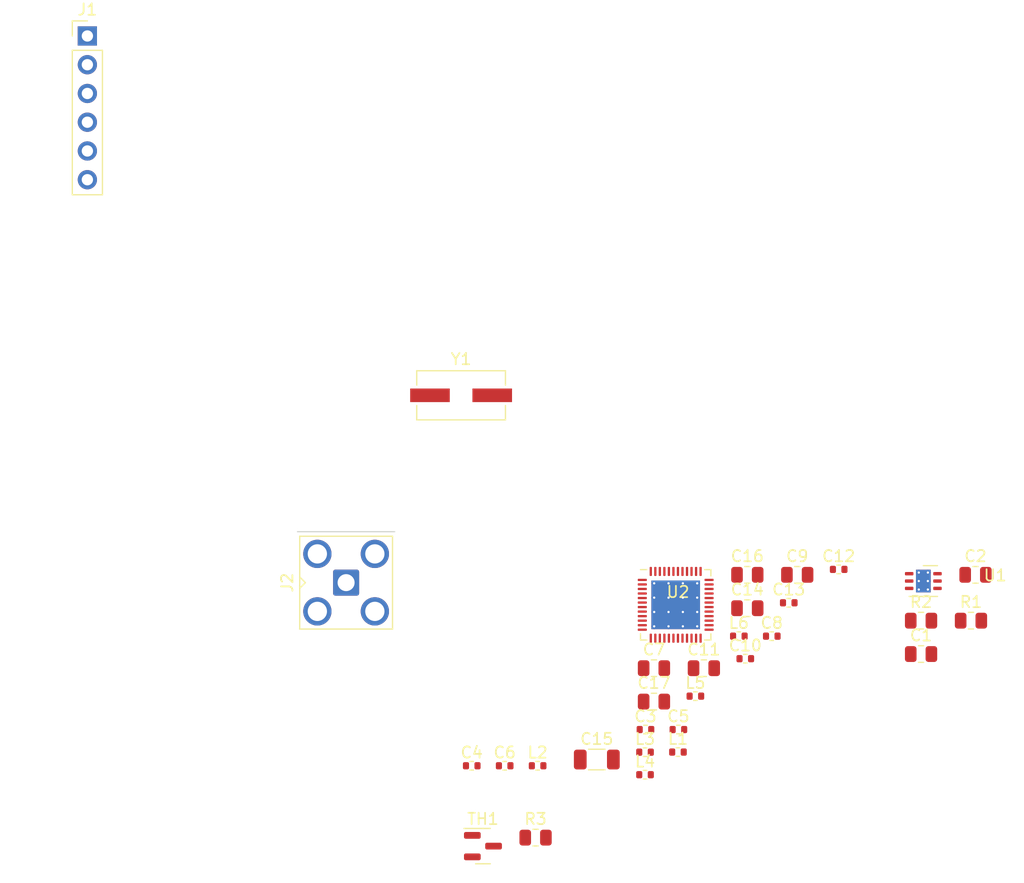
<source format=kicad_pcb>
(kicad_pcb (version 20211014) (generator pcbnew)
  (layers (0 "F.Cu" signal) (31 "B.Cu" signal) (34 "B.Paste" user) (35 "F.Paste" user) (36 "B.SilkS" user "B.Silkscreen") (37 "F.SilkS" user "F.Silkscreen") (38 "B.Mask" user) (39 "F.Mask" user) (44 "Edge.Cuts" user))
  (net 0 "")
  (net 7 "+3V3")
  (net 8 "GND")
  (net 9 "Net-(C3-Pad1)")
  (net 10 "Net-(C3-Pad2)")
  (net 11 "Net-(C5-Pad1)")
  (net 12 "Net-(C6-Pad1)")
  (net 13 "Net-(C7-Pad1)")
  (net 14 "Net-(C8-Pad1)")
  (net 15 "Net-(C10-Pad1)")
  (net 16 "Net-(C12-Pad1)")
  (net 17 "Net-(C13-Pad1)")
  (net 18 "VDCDC")
  (net 19 "Net-(C16-Pad1)")
  (net 20 "Net-(L6-Pad1)")
  (net 21 "/Air_Quality_sensor/AQ_SENSOR_SCL")
  (net 22 "/Air_Quality_sensor/AQ_SENSOR_SDA")
  (net 23 "/Temp_sensor/TEMP_SENSOR")
  (net 25 "/EFR32/RADIO_PC00")
  (net 26 "/EFR32/RADIO_PC01")
  (net 27 "/EFR32/RADIO_PC02")
  (net 28 "/EFR32/RADIO_PC03")
  (net 29 "/EFR32/RADIO_PC04")
  (net 30 "/EFR32/RADIO_PC05")
  (net 31 "/EFR32/RADIO_PC06")
  (net 32 "/EFR32/RADIO_PC07")
  (net 33 "/EFR32/RADIO_PC08")
  (net 34 "/EFR32/RADIO_PC09")
  (net 35 "Net-(U2-Pad11)")
  (net 36 "Net-(U2-Pad12)")
  (net 37 "/EFR32/RADIO_RESET")
  (net 38 "/EFR32/RADIO_PB03")
  (net 39 "/EFR32/RADIO_PB02")
  (net 40 "/EFR32/RADIO_PB01")
  (net 41 "/EFR32/RADIO_PB00")
  (net 42 "/EFR32/RADIO_PA00")
  (net 43 "/EFR32/RADIO_PA01")
  (net 44 "/EFR32/RADIO_PA02")
  (net 45 "/EFR32/RADIO_PA03")
  (net 46 "/EFR32/RADIO_PA04")
  (net 47 "/EFR32/RADIO_PA05")
  (net 48 "/EFR32/RADIO_PA06")
  (net 49 "/EFR32/RADIO_PA07")
  (net 50 "/EFR32/RADIO_PA08")
  (net 51 "/EFR32/RADIO_PA09")
  (net 52 "/EFR32/RADIO_PA10")
  (net 53 "/EFR32/RADIO_PD05")
  (net 54 "/EFR32/RADIO_PD04")
  (net 55 "/EFR32/RADIO_PD03")
  (net 56 "/EFR32/RADIO_PD02")
  (net 57 "/EFR32/RADIO_PD01")
  (net 58 "/EFR32/RADIO_PD00")
  (footprint "Resistor_SMD:R_0402_1005Metric" (layer "F.Cu") (at 80.99 76.61)
    (fp_text reference "C10" (at 0 -1.17) (layer "F.SilkS"))
    (fp_text value "1p5")
    (fp_line (start -0.153641 0.38) (end 0.153641 0.38) (layer "F.SilkS") (width 0.12))
    (fp_line (start -0.153641 -0.38) (end 0.153641 -0.38) (layer "F.SilkS") (width 0.12))
    (pad "1" smd roundrect (at -0.51 0) (size 0.54 0.64) (layers "F.Cu" "F.Paste" "F.Mask") (net 15 "Net-(C10-Pad1)"))
    (pad "2" smd roundrect (at 0.51 0) (size 0.54 0.64) (layers "F.Cu" "F.Paste" "F.Mask") (net 8 "GND"))
  )
  (footprint "Resistor_SMD:R_0805_2012Metric" (layer "F.Cu") (at 96.52 76.2)
    (fp_text reference "C1" (at 0 -1.65) (layer "F.SilkS"))
    (fp_text value "4u7")
    (fp_line (start -0.227064 0.735) (end 0.227064 0.735) (layer "F.SilkS") (width 0.12))
    (fp_line (start -0.227064 -0.735) (end 0.227064 -0.735) (layer "F.SilkS") (width 0.12))
    (pad "1" smd roundrect (at -0.9125 0) (size 1.025 1.4) (layers "F.Cu" "F.Paste" "F.Mask") (roundrect_rratio 0.243902) (net 7 "+3V3"))
    (pad "2" smd roundrect (at 0.9125 0) (size 1.025 1.4) (layers "F.Cu" "F.Paste" "F.Mask") (roundrect_rratio 0.243902) (net 8 "GND"))
  )
  (footprint "Crystal:Crystal_SMD_ECS_CSM3X-2Pin_7.6x4.1mm" (layer "F.Cu") (at 55.88 53.34)
    (fp_text reference "Y1" (at 0 -3.2) (layer "F.SilkS"))
    (fp_text value "Crystal_Small")
    (fp_line (start -3.92 2.17) (end 3.92 2.17) (layer "F.SilkS") (width 0.12))
    (fp_line (start -3.92 -2.17) (end -3.92 -0.9) (layer "F.SilkS") (width 0.12))
    (fp_line (start -3.92 -2.17) (end 3.92 -2.17) (layer "F.SilkS") (width 0.12))
    (fp_line (start -3.92 2.17) (end -3.92 0.9) (layer "F.SilkS") (width 0.12))
    (fp_line (start 3.92 2.17) (end 3.92 0.9) (layer "F.SilkS") (width 0.12))
    (fp_line (start 3.92 -2.17) (end 3.92 -0.9) (layer "F.SilkS") (width 0.12))
    (pad "1" smd rect (at -2.75 0) (size 3.5 1.2) (layers "F.Cu" "F.Paste" "F.Mask") (net 35 "Net-(U2-Pad11)"))
    (pad "2" smd rect (at 2.75 0) (size 3.5 1.2) (layers "F.Cu" "F.Paste" "F.Mask") (net 36 "Net-(U2-Pad12)"))
  )
  (footprint "Resistor_SMD:R_0805_2012Metric" (layer "F.Cu") (at 81.17 72.15)
    (fp_text reference "C14" (at 0 -1.65) (layer "F.SilkS"))
    (fp_text value "120p")
    (fp_line (start -0.227064 -0.735) (end 0.227064 -0.735) (layer "F.SilkS") (width 0.12))
    (fp_line (start -0.227064 0.735) (end 0.227064 0.735) (layer "F.SilkS") (width 0.12))
    (pad "1" smd roundrect (at -0.9125 0) (size 1.025 1.4) (layers "F.Cu" "F.Paste" "F.Mask") (roundrect_rratio 0.243902) (net 18 "VDCDC"))
    (pad "2" smd roundrect (at 0.9125 0) (size 1.025 1.4) (layers "F.Cu" "F.Paste" "F.Mask") (roundrect_rratio 0.243902) (net 8 "GND"))
  )
  (footprint "Resistor_SMD:R_0402_1005Metric" (layer "F.Cu") (at 62.64 86.07)
    (fp_text reference "L2" (at 0 -1.17) (layer "F.SilkS"))
    (fp_text value "20n")
    (fp_line (start -0.153641 0.38) (end 0.153641 0.38) (layer "F.SilkS") (width 0.12))
    (fp_line (start -0.153641 -0.38) (end 0.153641 -0.38) (layer "F.SilkS") (width 0.12))
    (pad "1" smd roundrect (at -0.51 0) (size 0.54 0.64) (layers "F.Cu" "F.Paste" "F.Mask") (net 10 "Net-(C3-Pad2)"))
    (pad "2" smd roundrect (at 0.51 0) (size 0.54 0.64) (layers "F.Cu" "F.Paste" "F.Mask") (net 12 "Net-(C6-Pad1)"))
  )
  (footprint "Package_TO_SOT_SMD:SOT-23" (layer "F.Cu") (at 57.81 93.17)
    (fp_text reference "TH1" (at 0 -2.4) (layer "F.SilkS"))
    (fp_text value "KTY82")
    (fp_line (start 0 -1.56) (end -1.675 -1.56) (layer "F.SilkS") (width 0.12))
    (fp_line (start 0 1.56) (end -0.65 1.56) (layer "F.SilkS") (width 0.12))
    (fp_line (start 0 -1.56) (end 0.65 -1.56) (layer "F.SilkS") (width 0.12))
    (fp_line (start 0 1.56) (end 0.65 1.56) (layer "F.SilkS") (width 0.12))
    (pad "1" smd roundrect (at -0.9375 -0.95) (size 1.475 0.6) (layers "F.Cu" "F.Paste" "F.Mask") (net 23 "/Temp_sensor/TEMP_SENSOR"))
    (pad "2" smd roundrect (at -0.9375 0.95) (size 1.475 0.6) (layers "F.Cu" "F.Paste" "F.Mask") (net 8 "GND"))
    (pad "3" smd roundrect (at 0.9375 0) (size 1.475 0.6) (layers "F.Cu" "F.Paste" "F.Mask"))
  )
  (footprint "Connector_PinHeader_2.54mm:PinHeader_1x06_P2.54mm_Vertical" (layer "F.Cu") (at 22.86 21.59)
    (fp_text reference "J1" (at 0 -2.33) (layer "F.SilkS"))
    (fp_text value "Conn_01x06_Female")
    (fp_line (start -1.33 1.27) (end 1.33 1.27) (layer "F.SilkS") (width 0.12))
    (fp_line (start -1.33 1.27) (end -1.33 14.03) (layer "F.SilkS") (width 0.12))
    (fp_line (start -1.33 14.03) (end 1.33 14.03) (layer "F.SilkS") (width 0.12))
    (fp_line (start -1.33 0) (end -1.33 -1.33) (layer "F.SilkS") (width 0.12))
    (fp_line (start -1.33 -1.33) (end 0 -1.33) (layer "F.SilkS") (width 0.12))
    (fp_line (start 1.33 1.27) (end 1.33 14.03) (layer "F.SilkS") (width 0.12))
    (pad "1" thru_hole rect (at 0 0) (size 1.7 1.7) (drill 1) (layers *.Cu *.Mask))
    (pad "2" thru_hole oval (at 0 2.54) (size 1.7 1.7) (drill 1) (layers *.Cu *.Mask))
    (pad "3" thru_hole oval (at 0 5.08) (size 1.7 1.7) (drill 1) (layers *.Cu *.Mask))
    (pad "4" thru_hole oval (at 0 7.62) (size 1.7 1.7) (drill 1) (layers *.Cu *.Mask))
    (pad "5" thru_hole oval (at 0 10.16) (size 1.7 1.7) (drill 1) (layers *.Cu *.Mask))
    (pad "6" thru_hole oval (at 0 12.7) (size 1.7 1.7) (drill 1) (layers *.Cu *.Mask))
  )
  (footprint "Resistor_SMD:R_0805_2012Metric" (layer "F.Cu") (at 96.52 73.25)
    (fp_text reference "R2" (at 0 -1.65) (layer "F.SilkS"))
    (fp_text value "10k")
    (fp_line (start -0.227064 -0.735) (end 0.227064 -0.735) (layer "F.SilkS") (width 0.12))
    (fp_line (start -0.227064 0.735) (end 0.227064 0.735) (layer "F.SilkS") (width 0.12))
    (pad "1" smd roundrect (at -0.9125 0) (size 1.025 1.4) (layers "F.Cu" "F.Paste" "F.Mask") (roundrect_rratio 0.243902) (net 7 "+3V3"))
    (pad "2" smd roundrect (at 0.9125 0) (size 1.025 1.4) (layers "F.Cu" "F.Paste" "F.Mask") (roundrect_rratio 0.243902) (net 22 "/Air_Quality_sensor/AQ_SENSOR_SDA"))
  )
  (footprint "Resistor_SMD:R_0402_1005Metric" (layer "F.Cu") (at 89.24 68.72)
    (fp_text reference "C12" (at 0 -1.17) (layer "F.SilkS"))
    (fp_text value "1p5")
    (fp_line (start -0.153641 -0.38) (end 0.153641 -0.38) (layer "F.SilkS") (width 0.12))
    (fp_line (start -0.153641 0.38) (end 0.153641 0.38) (layer "F.SilkS") (width 0.12))
    (pad "1" smd roundrect (at -0.51 0) (size 0.54 0.64) (layers "F.Cu" "F.Paste" "F.Mask") (net 16 "Net-(C12-Pad1)"))
    (pad "2" smd roundrect (at 0.51 0) (size 0.54 0.64) (layers "F.Cu" "F.Paste" "F.Mask") (net 8 "GND"))
  )
  (footprint "Resistor_SMD:R_0402_1005Metric" (layer "F.Cu") (at 83.33 74.62)
    (fp_text reference "C8" (at 0 -1.17) (layer "F.SilkS"))
    (fp_text value "1p5")
    (fp_line (start -0.153641 -0.38) (end 0.153641 -0.38) (layer "F.SilkS") (width 0.12))
    (fp_line (start -0.153641 0.38) (end 0.153641 0.38) (layer "F.SilkS") (width 0.12))
    (pad "1" smd roundrect (at -0.51 0) (size 0.54 0.64) (layers "F.Cu" "F.Paste" "F.Mask") (net 14 "Net-(C8-Pad1)"))
    (pad "2" smd roundrect (at 0.51 0) (size 0.54 0.64) (layers "F.Cu" "F.Paste" "F.Mask") (net 8 "GND"))
  )
  (footprint "EFR32:EFR32FG23A020F512GM48-B" (layer "F.Cu") (at 75.05 71.215)
    (fp_text reference "U2" (at 0 -0.5 unlocked) (layer "F.SilkS"))
    (fp_text value "EFR32FG23A020F512GM48-B_")
    (fp_line (start -2.77 3.745) (end -3.32 3.745) (layer "F.SilkS") (width 0.12))
    (fp_line (start -3.32 3.745) (end -3.32 3.195) (layer "F.SilkS") (width 0.12))
    (fp_line (start 2.35 3.745) (end 2.9 3.745) (layer "F.SilkS") (width 0.12))
    (fp_line (start -2.77 -2.475) (end -3.32 -2.475) (layer "F.SilkS") (width 0.12))
    (fp_line (start 2.35 -2.475) (end 2.9 -2.475) (layer "F.SilkS") (width 0.12))
    (fp_line (start 2.9 3.745) (end 2.9 3.195) (layer "F.SilkS") (width 0.12))
    (fp_line (start 2.9 -2.475) (end 2.9 -1.925) (layer "F.SilkS") (width 0.12))
    (pad "1" smd roundrect (at -3.16 -1.565) (size 0.8 0.2) (layers "F.Cu" "F.Paste" "F.Mask") (net 25 "/EFR32/RADIO_PC00"))
    (pad "2" smd roundrect (at -3.16 -1.165) (size 0.8 0.2) (layers "F.Cu" "F.Paste" "F.Mask") (net 26 "/EFR32/RADIO_PC01"))
    (pad "3" smd roundrect (at -3.16 -0.765) (size 0.8 0.2) (layers "F.Cu" "F.Paste" "F.Mask") (net 27 "/EFR32/RADIO_PC02"))
    (pad "4" smd roundrect (at -3.16 -0.365) (size 0.8 0.2) (layers "F.Cu" "F.Paste" "F.Mask") (net 28 "/EFR32/RADIO_PC03"))
    (pad "5" smd roundrect (at -3.16 0.035) (size 0.8 0.2) (layers "F.Cu" "F.Paste" "F.Mask") (net 29 "/EFR32/RADIO_PC04"))
    (pad "6" smd roundrect (at -3.16 0.435) (size 0.8 0.2) (layers "F.Cu" "F.Paste" "F.Mask") (net 30 "/EFR32/RADIO_PC05"))
    (pad "7" smd roundrect (at -3.16 0.835) (size 0.8 0.2) (layers "F.Cu" "F.Paste" "F.Mask") (net 31 "/EFR32/RADIO_PC06"))
    (pad "8" smd roundrect (at -3.16 1.235) (size 0.8 0.2) (layers "F.Cu" "F.Paste" "F.Mask") (net 32 "/EFR32/RADIO_PC07"))
    (pad "9" smd roundrect (at -3.16 1.635) (size 0.8 0.2) (layers "F.Cu" "F.Paste" "F.Mask") (net 33 "/EFR32/RADIO_PC08"))
    (pad "10" smd roundrect (at -3.16 2.035) (size 0.8 0.2) (layers "F.Cu" "F.Paste" "F.Mask") (net 34 "/EFR32/RADIO_PC09"))
    (pad "11" smd roundrect (at -3.16 2.435) (size 0.8 0.2) (layers "F.Cu" "F.Paste" "F.Mask") (net 35 "Net-(U2-Pad11)"))
    (pad "12" smd roundrect (at -3.16 2.835) (size 0.8 0.2) (layers "F.Cu" "F.Paste" "F.Mask") (net 36 "Net-(U2-Pad12)"))
    (pad "13" smd roundrect (at -2.41 3.585) (size 0.2 0.8) (layers "F.Cu" "F.Paste" "F.Mask") (net 37 "/EFR32/RADIO_RESET"))
    (pad "14" smd roundrect (at -2.01 3.585) (size 0.2 0.8) (layers "F.Cu" "F.Paste" "F.Mask") (net 13 "Net-(C7-Pad1)"))
    (pad "15" smd roundrect (at -1.61 3.585) (size 0.2 0.8) (layers "F.Cu" "F.Paste" "F.Mask") (net 8 "GND"))
    (pad "16" smd roundrect (at -1.21 3.585) (size 0.2 0.8) (layers "F.Cu" "F.Paste" "F.Mask") (net 16 "Net-(C12-Pad1)"))
    (pad "17" smd roundrect (at -0.81 3.585) (size 0.2 0.8) (layers "F.Cu" "F.Paste" "F.Mask") (net 11 "Net-(C5-Pad1)"))
    (pad "18" smd roundrect (at -0.41 3.585) (size 0.2 0.8) (layers "F.Cu" "F.Paste" "F.Mask") (net 17 "Net-(C13-Pad1)"))
    (pad "19" smd roundrect (at -0.01 3.585) (size 0.2 0.8) (layers "F.Cu" "F.Paste" "F.Mask") (net 15 "Net-(C10-Pad1)"))
    (pad "20" smd roundrect (at 0.39 3.585) (size 0.2 0.8) (layers "F.Cu" "F.Paste" "F.Mask") (net 18 "VDCDC"))
    (pad "21" smd roundrect (at 0.79 3.585) (size 0.2 0.8) (layers "F.Cu" "F.Paste" "F.Mask") (net 38 "/EFR32/RADIO_PB03"))
    (pad "22" smd roundrect (at 1.19 3.585) (size 0.2 0.8) (layers "F.Cu" "F.Paste" "F.Mask") (net 39 "/EFR32/RADIO_PB02"))
    (pad "23" smd roundrect (at 1.59 3.585) (size 0.2 0.8) (layers "F.Cu" "F.Paste" "F.Mask") (net 40 "/EFR32/RADIO_PB01"))
    (pad "24" smd roundrect (at 1.99 3.585) (size 0.2 0.8) (layers "F.Cu" "F.Paste" "F.Mask") (net 41 "/EFR32/RADIO_PB00"))
    (pad "25" smd roundrect (at 2.74 2.835) (size 0.8 0.2) (layers "F.Cu" "F.Paste" "F.Mask") (net 42 "/EFR32/RADIO_PA00"))
    (pad "26" smd roundrect (at 2.74 2.435) (size 0.8 0.2) (layers "F.Cu" "F.Paste" "F.Mask") (net 43 "/EFR32/RADIO_PA01"))
    (pad "27" smd roundrect (at 2.74 2.035) (size 0.8 0.2) (layers "F.Cu" "F.Paste" "F.Mask") (net 44 "/EFR32/RADIO_PA02"))
    (pad "28" smd roundrect (at 2.74 1.635) (size 0.8 0.2) (layers "F.Cu" "F.Paste" "F.Mask") (net 45 "/EFR32/RADIO_PA03"))
    (pad "29" smd roundrect (at 2.74 1.235) (size 0.8 0.2) (layers "F.Cu" "F.Paste" "F.Mask") (net 46 "/EFR32/RADIO_PA04"))
    (pad "30" smd roundrect (at 2.74 0.835) (size 0.8 0.2) (layers "F.Cu" "F.Paste" "F.Mask") (net 47 "/EFR32/RADIO_PA05"))
    (pad "31" smd roundrect (at 2.74 0.435) (size 0.8 0.2) (layers "F.Cu" "F.Paste" "F.Mask") (net 48 "/EFR32/RADIO_PA06"))
    (pad "32" smd roundrect (at 2.74 0.035) (size 0.8 0.2) (layers "F.Cu" "F.Paste" "F.Mask") (net 49 "/EFR32/RADIO_PA07"))
    (pad "33" smd roundrect (at 2.74 -0.365) (size 0.8 0.2) (layers "F.Cu" "F.Paste" "F.Mask") (net 50 "/EFR32/RADIO_PA08"))
    (pad "34" smd roundrect (at 2.74 -0.765) (size 0.8 0.2) (layers "F.Cu" "F.Paste" "F.Mask") (net 51 "/EFR32/RADIO_PA09"))
    (pad "35" smd roundrect (at 2.74 -1.165) (size 0.8 0.2) (layers "F.Cu" "F.Paste" "F.Mask") (net 52 "/EFR32/RADIO_PA10"))
    (pad "36" smd roundrect (at 2.74 -1.565) (size 0.8 0.2) (layers "F.Cu" "F.Paste" "F.Mask") (net 19 "Net-(C16-Pad1)"))
    (pad "37" smd roundrect (at 1.99 -2.315) (size 0.2 0.8) (layers "F.Cu" "F.Paste" "F.Mask") (net 20 "Net-(L6-Pad1)"))
    (pad "38" smd roundrect (at 1.59 -2.315) (size 0.2 0.8) (layers "F.Cu" "F.Paste" "F.Mask") (net 7 "+3V3"))
    (pad "39" smd roundrect (at 1.19 -2.315) (size 0.2 0.8) (layers "F.Cu" "F.Paste" "F.Mask") (net 8 "GND"))
    (pad "40" smd roundrect (at 0.79 -2.315) (size 0.2 0.8) (layers "F.Cu" "F.Paste" "F.Mask") (net 18 "VDCDC"))
    (pad "41" smd roundrect (at 0.39 -2.315) (size 0.2 0.8) (layers "F.Cu" "F.Paste" "F.Mask") (net 7 "+3V3"))
    (pad "42" smd roundrect (at -0.01 -2.315) (size 0.2 0.8) (layers "F.Cu" "F.Paste" "F.Mask") (net 7 "+3V3"))
    (pad "43" smd roundrect (at -0.41 -2.315) (size 0.2 0.8) (layers "F.Cu" "F.Paste" "F.Mask") (net 53 "/EFR32/RADIO_PD05"))
    (pad "44" smd roundrect (at -0.81 -2.315) (size 0.2 0.8) (layers "F.Cu" "F.Paste" "F.Mask") (net 54 "/EFR32/RADIO_PD04"))
    (pad "45" smd roundrect (at -1.21 -2.315) (size 0.2 0.8) (layers "F.Cu" "F.Paste" "F.Mask") (net 55 "/EFR32/RADIO_PD03"))
    (pad "46" smd roundrect (at -1.61 -2.315) (size 0.2 0.8) (layers "F.Cu" "F.Paste" "F.Mask") (net 56 "/EFR32/RADIO_PD02"))
    (pad "47" smd roundrect (at -2.01 -2.315) (size 0.2 0.8) (layers "F.Cu" "F.Paste" "F.Mask") (net 57 "/EFR32/RADIO_PD01"))
    (pad "48" smd roundrect (at -2.41 -2.315) (size 0.2 0.8) (layers "F.Cu" "F.Paste" "F.Mask") (net 58 "/EFR32/RADIO_PD00"))
    (pad "49" thru_hole circle (at -2.11 1.268333) (size 0.5 0.5) (drill 0.2) (layers *.Cu))
    (pad "49" thru_hole circle (at -0.843333 2.535) (size 0.5 0.5) (drill 0.2) (layers *.Cu))
    (pad "49" thru_hole circle (at 0.423333 0.001667) (size 0.5 0.5) (drill 0.2) (layers *.Cu))
    (pad "49" thru_hole circle (at 0.423333 1.268333) (size 0.5 0.5) (drill 0.2) (layers *.Cu))
    (pad "49" smd rect (at -0.21 0.635) (size 4.3 4.3) (layers "B.Cu"))
    (pad "49" thru_hole circle (at -0.843333 -1.265) (size 0.5 0.5) (drill 0.2) (layers *.Cu))
    (pad "49" thru_hole circle (at 1.69 1.268333) (size 0.5 0.5) (drill 0.2) (layers *.Cu))
    (pad "49" thru_hole circle (at -0.843333 1.268333) (size 0.5 0.5) (drill 0.2) (layers *.Cu))
    (pad "49" thru_hole circle (at 1.69 2.535) (size 0.5 0.5) (drill 0.2) (layers *.Cu))
    (pad "49" thru_hole circle (at 1.69 0.001667) (size 0.5 0.5) (drill 0.2) (layers *.Cu))
    (pad "49" thru_hole circle (at 1.69 -1.265) (size 0.5 0.5) (drill 0.2) (layers *.Cu))
    (pad "49" smd rect (at -0.21 0.635) (size 4.3 4.3) (layers "F.Cu" "F.Mask"))
    (pad "49" thru_hole circle (at -2.11 0.001667) (size 0.5 0.5) (drill 0.2) (layers *.Cu))
    (pad "49" thru_hole circle (at 0.423333 -1.265) (size 0.5 0.5) (drill 0.2) (layers *.Cu))
    (pad "49" thru_hole circle (at -0.843333 0.001667) (size 0.5 0.5) (drill 0.2) (layers *.Cu))
    (pad "49" thru_hole circle (at -2.11 2.535) (size 0.5 0.5) (drill 0.2) (layers *.Cu))
    (pad "49" thru_hole circle (at -2.11 -1.265) (size 0.5 0.5) (drill 0.2) (layers *.Cu))
    (pad "49" thru_hole circle (at 0.423333 2.535) (size 0.5 0.5) (drill 0.2) (layers *.Cu))
  )
  (footprint "Resistor_SMD:R_0805_2012Metric" (layer "F.Cu") (at 85.58 69.2)
    (fp_text reference "C9" (at 0 -1.65) (layer "F.SilkS"))
    (fp_text value "120p")
    (fp_line (start -0.227064 0.735) (end 0.227064 0.735) (layer "F.SilkS") (width 0.12))
    (fp_line (start -0.227064 -0.735) (end 0.227064 -0.735) (layer "F.SilkS") (width 0.12))
    (pad "1" smd roundrect (at -0.9125 0) (size 1.025 1.4) (layers "F.Cu" "F.Paste" "F.Mask") (roundrect_rratio 0.243902) (net 13 "Net-(C7-Pad1)"))
    (pad "2" smd roundrect (at 0.9125 0) (size 1.025 1.4) (layers "F.Cu" "F.Paste" "F.Mask") (roundrect_rratio 0.243902) (net 8 "GND"))
  )
  (footprint "Resistor_SMD:R_0402_1005Metric" (layer "F.Cu") (at 80.42 74.62)
    (fp_text reference "L6" (at 0 -1.17) (layer "F.SilkS"))
    (fp_text value "2u2")
    (fp_line (start -0.153641 0.38) (end 0.153641 0.38) (layer "F.SilkS") (width 0.12))
    (fp_line (start -0.153641 -0.38) (end 0.153641 -0.38) (layer "F.SilkS") (width 0.12))
    (pad "1" smd roundrect (at -0.51 0) (size 0.54 0.64) (layers "F.Cu" "F.Paste" "F.Mask") (net 20 "Net-(L6-Pad1)"))
    (pad "2" smd roundrect (at 0.51 0) (size 0.54 0.64) (layers "F.Cu" "F.Paste" "F.Mask") (net 18 "VDCDC"))
  )
  (footprint "Resistor_SMD:R_0402_1005Metric" (layer "F.Cu") (at 72.13 86.86)
    (fp_text reference "L4" (at 0 -1.17) (layer "F.SilkS"))
    (fp_text value "20n")
    (fp_line (start -0.153641 -0.38) (end 0.153641 -0.38) (layer "F.SilkS") (width 0.12))
    (fp_line (start -0.153641 0.38) (end 0.153641 0.38) (layer "F.SilkS") (width 0.12))
    (pad "1" smd roundrect (at -0.51 0) (size 0.54 0.64) (layers "F.Cu" "F.Paste" "F.Mask") (net 12 "Net-(C6-Pad1)"))
    (pad "2" smd roundrect (at 0.51 0) (size 0.54 0.64) (layers "F.Cu" "F.Paste" "F.Mask") (net 14 "Net-(C8-Pad1)"))
  )
  (footprint "Resistor_SMD:R_1206_3216Metric" (layer "F.Cu") (at 67.87 85.52)
    (fp_text reference "C15" (at 0 -1.82) (layer "F.SilkS"))
    (fp_text value "10u")
    (fp_line (start -0.727064 0.91) (end 0.727064 0.91) (layer "F.SilkS") (width 0.12))
    (fp_line (start -0.727064 -0.91) (end 0.727064 -0.91) (layer "F.SilkS") (width 0.12))
    (pad "1" smd roundrect (at -1.4625 0) (size 1.125 1.75) (layers "F.Cu" "F.Paste" "F.Mask") (roundrect_rratio 0.222222) (net 7 "+3V3"))
    (pad "2" smd roundrect (at 1.4625 0) (size 1.125 1.75) (layers "F.Cu" "F.Paste" "F.Mask") (roundrect_rratio 0.222222) (net 8 "GND"))
  )
  (footprint "Resistor_SMD:R_0805_2012Metric" (layer "F.Cu") (at 62.46 92.42)
    (fp_text reference "R3" (at 0 -1.65) (layer "F.SilkS"))
    (fp_text value "2k2")
    (fp_line (start -0.227064 -0.735) (end 0.227064 -0.735) (layer "F.SilkS") (width 0.12))
    (fp_line (start -0.227064 0.735) (end 0.227064 0.735) (layer "F.SilkS") (width 0.12))
    (pad "1" smd roundrect (at -0.9125 0) (size 1.025 1.4) (layers "F.Cu" "F.Paste" "F.Mask") (roundrect_rratio 0.243902) (net 7 "+3V3"))
    (pad "2" smd roundrect (at 0.9125 0) (size 1.025 1.4) (layers "F.Cu" "F.Paste" "F.Mask") (roundrect_rratio 0.243902) (net 23 "/Temp_sensor/TEMP_SENSOR"))
  )
  (footprint "Resistor_SMD:R_0402_1005Metric" (layer "F.Cu") (at 59.73 86.07)
    (fp_text reference "C6" (at 0 -1.17) (layer "F.SilkS"))
    (fp_text value "1p5")
    (fp_line (start -0.153641 0.38) (end 0.153641 0.38) (layer "F.SilkS") (width 0.12))
    (fp_line (start -0.153641 -0.38) (end 0.153641 -0.38) (layer "F.SilkS") (width 0.12))
    (pad "1" smd roundrect (at -0.51 0) (size 0.54 0.64) (layers "F.Cu" "F.Paste" "F.Mask") (net 12 "Net-(C6-Pad1)"))
    (pad "2" smd roundrect (at 0.51 0) (size 0.54 0.64) (layers "F.Cu" "F.Paste" "F.Mask") (net 8 "GND"))
  )
  (footprint "Resistor_SMD:R_0402_1005Metric" (layer "F.Cu") (at 72.17 82.87)
    (fp_text reference "C3" (at 0 -1.17) (layer "F.SilkS"))
    (fp_text value "220p")
    (fp_line (start -0.153641 -0.38) (end 0.153641 -0.38) (layer "F.SilkS") (width 0.12))
    (fp_line (start -0.153641 0.38) (end 0.153641 0.38) (layer "F.SilkS") (width 0.12))
    (pad "1" smd roundrect (at -0.51 0) (size 0.54 0.64) (layers "F.Cu" "F.Paste" "F.Mask") (net 9 "Net-(C3-Pad1)"))
    (pad "2" smd roundrect (at 0.51 0) (size 0.54 0.64) (layers "F.Cu" "F.Paste" "F.Mask") (net 10 "Net-(C3-Pad2)"))
  )
  (footprint "Resistor_SMD:R_0402_1005Metric" (layer "F.Cu") (at 56.82 86.07)
    (fp_text reference "C4" (at 0 -1.17) (layer "F.SilkS"))
    (fp_text value "1p5")
    (fp_line (start -0.153641 0.38) (end 0.153641 0.38) (layer "F.SilkS") (width 0.12))
    (fp_line (start -0.153641 -0.38) (end 0.153641 -0.38) (layer "F.SilkS") (width 0.12))
    (pad "1" smd roundrect (at -0.51 0) (size 0.54 0.64) (layers "F.Cu" "F.Paste" "F.Mask") (net 10 "Net-(C3-Pad2)"))
    (pad "2" smd roundrect (at 0.51 0) (size 0.54 0.64) (layers "F.Cu" "F.Paste" "F.Mask") (net 8 "GND"))
  )
  (footprint "SGP40:SGP40" (layer "F.Cu") (at 97.03 69.615)
    (fp_text reference "U1" (at 6.04 -0.365 unlocked) (layer "F.SilkS"))
    (fp_text value "SGP40")
    (fp_line (start -0.31 -1.225) (end 0.94 -1.225) (layer "F.SilkS") (width 0.12))
    (fp_line (start -1.56 1.495) (end 0.94 1.495) (layer "F.SilkS") (width 0.12))
    (pad "1" smd roundrect (at -1.56 -0.515) (size 0.75 0.3) (layers "F.Cu" "F.Paste" "F.Mask") (net 7 "+3V3"))
    (pad "2" smd roundrect (at -1.56 0.135) (size 0.75 0.3) (layers "F.Cu" "F.Paste" "F.Mask") (net 8 "GND"))
    (pad "3" smd roundrect (at -1.56 0.785) (size 0.75 0.3) (layers "F.Cu" "F.Paste" "F.Mask") (net 22 "/Air_Quality_sensor/AQ_SENSOR_SDA"))
    (pad "4" smd roundrect (at 0.94 0.785) (size 0.75 0.3) (layers "F.Cu" "F.Paste" "F.Mask"))
    (pad "5" smd roundrect (at 0.94 0.135) (size 0.75 0.3) (layers "F.Cu" "F.Paste" "F.Mask") (net 7 "+3V3"))
    (pad "6" smd roundrect (at 0.94 -0.515) (size 0.75 0.3) (layers "F.Cu" "F.Paste" "F.Mask") (net 21 "/Air_Quality_sensor/AQ_SENSOR_SCL"))
    (pad "7" smd rect (at -0.31 0.135) (size 1.3 2) (layers "F.Cu" "F.Mask"))
    (pad "7" thru_hole circle (at 0.09 -0.615) (size 0.5 0.5) (drill 0.2) (layers *.Cu))
    (pad "7" thru_hole circle (at -0.71 -0.615) (size 0.5 0.5) (drill 0.2) (layers *.Cu))
    (pad "7" smd rect (at -0.31 0.135) (size 1.3 2) (layers "B.Cu"))
    (pad "7" thru_hole circle (at 0.09 0.885) (size 0.5 0.5) (drill 0.2) (layers *.Cu))
    (pad "7" thru_hole circle (at -0.71 0.885) (size 0.5 0.5) (drill 0.2) (layers *.Cu))
    (pad "7" thru_hole circle (at 0.09 0.135) (size 0.5 0.5) (drill 0.2) (layers *.Cu))
    (pad "7" thru_hole circle (at -0.71 0.135) (size 0.5 0.5) (drill 0.2) (layers *.Cu))
  )
  (footprint "Resistor_SMD:R_0402_1005Metric" (layer "F.Cu") (at 75.08 82.87)
    (fp_text reference "C5" (at 0 -1.17) (layer "F.SilkS"))
    (fp_text value "1u")
    (fp_line (start -0.153641 -0.38) (end 0.153641 -0.38) (layer "F.SilkS") (width 0.12))
    (fp_line (start -0.153641 0.38) (end 0.153641 0.38) (layer "F.SilkS") (width 0.12))
    (pad "1" smd roundrect (at -0.51 0) (size 0.54 0.64) (layers "F.Cu" "F.Paste" "F.Mask") (net 11 "Net-(C5-Pad1)"))
    (pad "2" smd roundrect (at 0.51 0) (size 0.54 0.64) (layers "F.Cu" "F.Paste" "F.Mask") (net 8 "GND"))
  )
  (footprint "Resistor_SMD:R_0805_2012Metric" (layer "F.Cu") (at 72.92 77.45)
    (fp_text reference "C7" (at 0 -1.65) (layer "F.SilkS"))
    (fp_text value "100n")
    (fp_line (start -0.227064 -0.735) (end 0.227064 -0.735) (layer "F.SilkS") (width 0.12))
    (fp_line (start -0.227064 0.735) (end 0.227064 0.735) (layer "F.SilkS") (width 0.12))
    (pad "1" smd roundrect (at -0.9125 0) (size 1.025 1.4) (layers "F.Cu" "F.Paste" "F.Mask") (roundrect_rratio 0.243902) (net 13 "Net-(C7-Pad1)"))
    (pad "2" smd roundrect (at 0.9125 0) (size 1.025 1.4) (layers "F.Cu" "F.Paste" "F.Mask") (roundrect_rratio 0.243902) (net 8 "GND"))
  )
  (footprint "Resistor_SMD:R_0805_2012Metric" (layer "F.Cu") (at 100.93 73.25)
    (fp_text reference "R1" (at 0 -1.65) (layer "F.SilkS"))
    (fp_text value "10k")
    (fp_line (start -0.227064 0.735) (end 0.227064 0.735) (layer "F.SilkS") (width 0.12))
    (fp_line (start -0.227064 -0.735) (end 0.227064 -0.735) (layer "F.SilkS") (width 0.12))
    (pad "1" smd roundrect (at -0.9125 0) (size 1.025 1.4) (layers "F.Cu" "F.Paste" "F.Mask") (roundrect_rratio 0.243902) (net 7 "+3V3"))
    (pad "2" smd roundrect (at 0.9125 0) (size 1.025 1.4) (layers "F.Cu" "F.Paste" "F.Mask") (roundrect_rratio 0.243902) (net 21 "/Air_Quality_sensor/AQ_SENSOR_SCL"))
  )
  (footprint "Resistor_SMD:R_0805_2012Metric" (layer "F.Cu") (at 81.17 69.2)
    (fp_text reference "C16" (at 0 -1.65) (layer "F.SilkS"))
    (fp_text value "1u")
    (fp_line (start -0.227064 0.735) (end 0.227064 0.735) (layer "F.SilkS") (width 0.12))
    (fp_line (start -0.227064 -0.735) (end 0.227064 -0.735) (layer "F.SilkS") (width 0.12))
    (pad "1" smd roundrect (at -0.9125 0) (size 1.025 1.4) (layers "F.Cu" "F.Paste" "F.Mask") (roundrect_rratio 0.243902) (net 19 "Net-(C16-Pad1)"))
    (pad "2" smd roundrect (at 0.9125 0) (size 1.025 1.4) (layers "F.Cu" "F.Paste" "F.Mask") (roundrect_rratio 0.243902) (net 8 "GND"))
  )
  (footprint "Resistor_SMD:R_0805_2012Metric" (layer "F.Cu") (at 101.33 69.2)
    (fp_text reference "C2" (at 0 -1.65) (layer "F.SilkS"))
    (fp_text value "100n")
    (fp_line (start -0.227064 0.735) (end 0.227064 0.735) (layer "F.SilkS") (width 0.12))
    (fp_line (start -0.227064 -0.735) (end 0.227064 -0.735) (layer "F.SilkS") (width 0.12))
    (pad "1" smd roundrect (at -0.9125 0) (size 1.025 1.4) (layers "F.Cu" "F.Paste" "F.Mask") (roundrect_rratio 0.243902) (net 7 "+3V3"))
    (pad "2" smd roundrect (at 0.9125 0) (size 1.025 1.4) (layers "F.Cu" "F.Paste" "F.Mask") (roundrect_rratio 0.243902) (net 8 "GND"))
  )
  (footprint "Resistor_SMD:R_0805_2012Metric" (layer "F.Cu") (at 72.92 80.4)
    (fp_text reference "C17" (at 0 -1.65) (layer "F.SilkS"))
    (fp_text value "4u7")
    (fp_line (start -0.227064 0.735) (end 0.227064 0.735) (layer "F.SilkS") (width 0.12))
    (fp_line (start -0.227064 -0.735) (end 0.227064 -0.735) (layer "F.SilkS") (width 0.12))
    (pad "1" smd roundrect (at -0.9125 0) (size 1.025 1.4) (layers "F.Cu" "F.Paste" "F.Mask") (roundrect_rratio 0.243902) (net 18 "VDCDC"))
    (pad "2" smd roundrect (at 0.9125 0) (size 1.025 1.4) (layers "F.Cu" "F.Paste" "F.Mask") (roundrect_rratio 0.243902) (net 8 "GND"))
  )
  (footprint "Resistor_SMD:R_0402_1005Metric" (layer "F.Cu") (at 75.04 84.86)
    (fp_text reference "L1" (at 0 -1.17) (layer "F.SilkS"))
    (fp_text value "82n")
    (fp_line (start -0.153641 -0.38) (end 0.153641 -0.38) (layer "F.SilkS") (width 0.12))
    (fp_line (start -0.153641 0.38) (end 0.153641 0.38) (layer "F.SilkS") (width 0.12))
    (pad "1" smd roundrect (at -0.51 0) (size 0.54 0.64) (layers "F.Cu" "F.Paste" "F.Mask") (net 9 "Net-(C3-Pad1)"))
    (pad "2" smd roundrect (at 0.51 0) (size 0.54 0.64) (layers "F.Cu" "F.Paste" "F.Mask") (net 11 "Net-(C5-Pad1)"))
  )
  (footprint "Resistor_SMD:R_0805_2012Metric" (layer "F.Cu") (at 77.33 77.45)
    (fp_text reference "C11" (at 0 -1.65) (layer "F.SilkS"))
    (fp_text value "1u")
    (fp_line (start -0.227064 -0.735) (end 0.227064 -0.735) (layer "F.SilkS") (width 0.12))
    (fp_line (start -0.227064 0.735) (end 0.227064 0.735) (layer "F.SilkS") (width 0.12))
    (pad "1" smd roundrect (at -0.9125 0) (size 1.025 1.4) (layers "F.Cu" "F.Paste" "F.Mask") (roundrect_rratio 0.243902) (net 7 "+3V3"))
    (pad "2" smd roundrect (at 0.9125 0) (size 1.025 1.4) (layers "F.Cu" "F.Paste" "F.Mask") (roundrect_rratio 0.243902) (net 8 "GND"))
  )
  (footprint "Connector_Coaxial:SMA_Amphenol_901-143_Horizontal" (layer "F.Cu") (at 45.72 69.89)
    (fp_text reference "J2" (at -5.2 0 90) (layer "F.SilkS"))
    (fp_text value "Conn_Coaxial")
    (fp_line (start 4.1 -4.1) (end 4.1 4.1) (layer "F.SilkS") (width 0.12))
    (fp_line (start -4.1 -4.1) (end 4.1 -4.1) (layer "F.SilkS") (width 0.12))
    (fp_line (start -4.1 -4.1) (end -4.1 4.1) (layer "F.SilkS") (width 0.12))
    (fp_line (start -4.1 4.1) (end 4.1 4.1) (layer "F.SilkS") (width 0.12))
    (fp_line (start -3.6 0) (end -4.1 -0.5) (layer "F.SilkS") (width 0.12))
    (fp_line (start -4.1 0.5) (end -3.6 0) (layer "F.SilkS") (width 0.12))
    (fp_line (start 4.3 -4.5) (end -4.3 -4.5) (layer "Edge.Cuts") (width 0.1))
    (pad "1" thru_hole roundrect (at 0 0) (size 2.3 2.3) (drill 1.5) (layers *.Cu *.Mask) (roundrect_rratio 0.087) (net 9 "Net-(C3-Pad1)"))
    (pad "2" thru_hole circle (at -2.54 -2.54) (size 2.5 2.5) (drill 1.7) (layers *.Cu *.Mask) (net 8 "GND"))
    (pad "2" thru_hole circle (at 2.54 2.54) (size 2.5 2.5) (drill 1.7) (layers *.Cu *.Mask) (net 8 "GND"))
    (pad "2" thru_hole circle (at 2.54 -2.54) (size 2.5 2.5) (drill 1.7) (layers *.Cu *.Mask) (net 8 "GND"))
    (pad "2" thru_hole circle (at -2.54 2.54) (size 2.5 2.5) (drill 1.7) (layers *.Cu *.Mask) (net 8 "GND"))
  )
  (footprint "Resistor_SMD:R_0402_1005Metric" (layer "F.Cu") (at 84.83 71.67)
    (fp_text reference "C13" (at 0 -1.17) (layer "F.SilkS"))
    (fp_text value "1p5")
    (fp_line (start -0.153641 -0.38) (end 0.153641 -0.38) (layer "F.SilkS") (width 0.12))
    (fp_line (start -0.153641 0.38) (end 0.153641 0.38) (layer "F.SilkS") (width 0.12))
    (pad "1" smd roundrect (at -0.51 0) (size 0.54 0.64) (layers "F.Cu" "F.Paste" "F.Mask") (net 17 "Net-(C13-Pad1)"))
    (pad "2" smd roundrect (at 0.51 0) (size 0.54 0.64) (layers "F.Cu" "F.Paste" "F.Mask") (net 8 "GND"))
  )
  (footprint "Resistor_SMD:R_0402_1005Metric" (layer "F.Cu") (at 72.13 84.87)
    (fp_text reference "L3" (at 0 -1.17) (layer "F.SilkS"))
    (fp_text value "L_Small")
    (fp_line (start -0.153641 -0.38) (end 0.153641 -0.38) (layer "F.SilkS") (width 0.12))
    (fp_line (start -0.153641 0.38) (end 0.153641 0.38) (layer "F.SilkS") (width 0.12))
    (pad "1" smd roundrect (at -0.51 0) (size 0.54 0.64) (layers "F.Cu" "F.Paste" "F.Mask") (net 18 "VDCDC"))
    (pad "2" smd roundrect (at 0.51 0) (size 0.54 0.64) (layers "F.Cu" "F.Paste" "F.Mask") (net 13 "Net-(C7-Pad1)"))
  )
  (footprint "Resistor_SMD:R_0402_1005Metric" (layer "F.Cu") (at 76.58 79.92)
    (fp_text reference "L5" (at 0 -1.17) (layer "F.SilkS"))
    (fp_text value "20n")
    (fp_line (start -0.153641 0.38) (end 0.153641 0.38) (layer "F.SilkS") (width 0.12))
    (fp_line (start -0.153641 -0.38) (end 0.153641 -0.38) (layer "F.SilkS") (width 0.12))
    (pad "1" smd roundrect (at -0.51 0) (size 0.54 0.64) (layers "F.Cu" "F.Paste" "F.Mask") (net 14 "Net-(C8-Pad1)"))
    (pad "2" smd roundrect (at 0.51 0) (size 0.54 0.64) (layers "F.Cu" "F.Paste" "F.Mask") (net 15 "Net-(C10-Pad1)"))
  )
)
</source>
